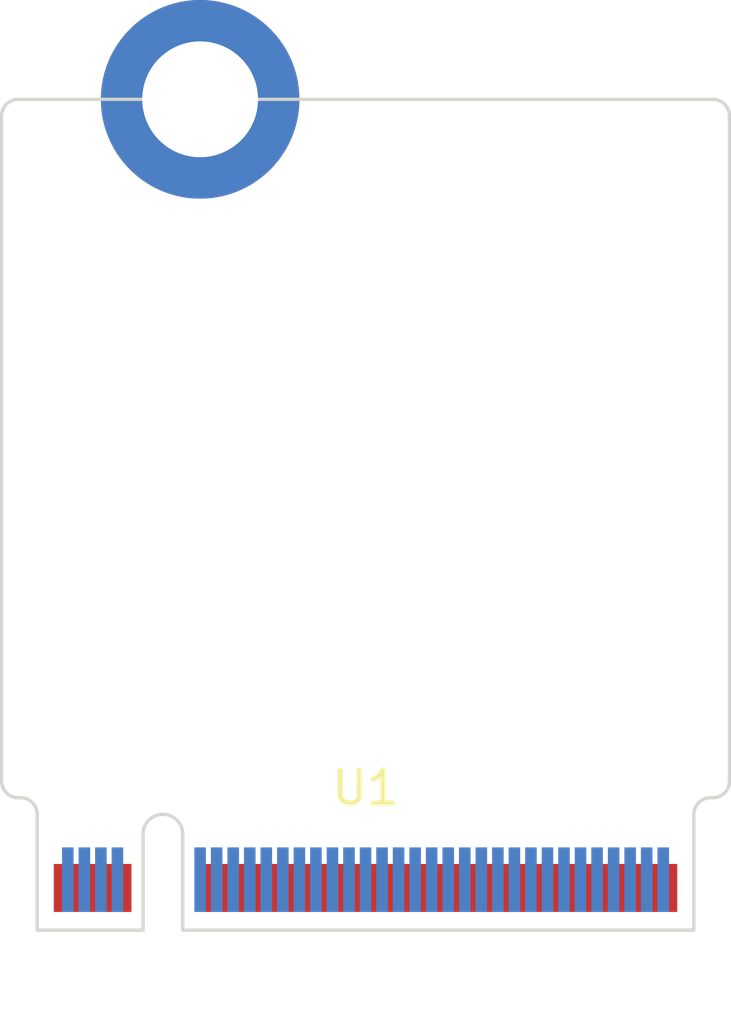
<source format=kicad_pcb>
(kicad_pcb (version 20240108) (generator "pcbnew") (generator_version "8.0")
  (layers (0 "F.Cu" signal) (31 "B.Cu" signal) (34 "B.Paste" user) (35 "F.Paste" user) (36 "B.SilkS" user "B.Silkscreen") (37 "F.SilkS" user "F.Silkscreen") (38 "B.Mask" user) (39 "F.Mask" user) (44 "Edge.Cuts" user))
  (net 0 "")
  (net 3 "Net-(U1-GND-Pad10)")
  (net 24 "Net-(U1-VBAT-Pad1)")
  (net 28 "Net-(U1-VBUS-Pad12)")
  (footprint "UnifiedMotherBoard-Connector_PCBEdge:NGFF_M" (layer "F.Cu") (at 189.65 101.075)
    (property "Reference" "U1" (at 0 -4.3 0) (layer "F.SilkS"))
    (property "Value" "Unified Motherboard")
    (fp_line (start -11 -4.5) (end -11 -24.6) (stroke (width 0.1)) (layer "Edge.Cuts"))
    (fp_line (start -10.5 -25.1) (end 10.5 -25.1) (stroke (width 0.1)) (layer "Edge.Cuts"))
    (fp_line (start -10.5 -4) (end -10.425 -4) (stroke (width 0.1)) (layer "Edge.Cuts"))
    (fp_line (start -9.925 -3.5) (end -9.925 0) (stroke (width 0.1)) (layer "Edge.Cuts"))
    (fp_line (start -9.925 0) (end -6.725 0) (stroke (width 0.1)) (layer "Edge.Cuts"))
    (fp_line (start -6.725 0) (end -6.725 -2.9) (stroke (width 0.1)) (layer "Edge.Cuts"))
    (fp_line (start -5.525 -2.9) (end -5.525 0) (stroke (width 0.1)) (layer "Edge.Cuts"))
    (fp_line (start -5.525 0) (end 0 0) (stroke (width 0.1)) (layer "Edge.Cuts"))
    (fp_line (start 0 0) (end 9.925 0) (stroke (width 0.1)) (layer "Edge.Cuts"))
    (fp_line (start 9.925 0) (end 9.925 -3.5) (stroke (width 0.1)) (layer "Edge.Cuts"))
    (fp_line (start 10.425 -4) (end 10.5 -4) (stroke (width 0.1)) (layer "Edge.Cuts"))
    (fp_line (start 11 -4.5) (end 11 -24.6) (stroke (width 0.1)) (layer "Edge.Cuts"))
    (fp_arc (start -11 -24.6) (mid -10.853553 -24.953553) (end -10.5 -25.1) (stroke (width 0.1)) (layer "Edge.Cuts"))
    (fp_arc (start -10.5 -4) (mid -10.853553 -4.146447) (end -11 -4.5) (stroke (width 0.1)) (layer "Edge.Cuts"))
    (fp_arc (start -10.425 -4) (mid -10.071447 -3.853553) (end -9.925 -3.5) (stroke (width 0.1)) (layer "Edge.Cuts"))
    (fp_arc (start -6.725 -2.9) (mid -6.125 -3.5) (end -5.525 -2.9) (stroke (width 0.1)) (layer "Edge.Cuts"))
    (fp_arc (start 9.925 -3.5) (mid 10.071447 -3.853553) (end 10.425 -4) (stroke (width 0.1)) (layer "Edge.Cuts"))
    (fp_arc (start 10.5 -25.1) (mid 10.853553 -24.953553) (end 11 -24.6) (stroke (width 0.1)) (layer "Edge.Cuts"))
    (fp_arc (start 11 -4.5) (mid 10.853553 -4.146447) (end 10.5 -4) (stroke (width 0.1)) (layer "Edge.Cuts"))
    (pad "1" smd rect (at -9.25 -1.275) (size 0.35 1.45) (layers "F.Cu") (net 24 "Net-(U1-VBAT-Pad1)"))
    (pad "2" smd rect (at -9 -1.525) (size 0.35 1.95) (layers "B.Cu"))
    (pad "3" smd rect (at -8.75 -1.275) (size 0.35 1.45) (layers "F.Cu") (net 24 "Net-(U1-VBAT-Pad1)"))
    (pad "4" smd rect (at -8.5 -1.525) (size 0.35 1.95) (layers "B.Cu"))
    (pad "5" smd rect (at -8.25 -1.275) (size 0.35 1.45) (layers "F.Cu"))
    (pad "6" smd rect (at -8 -1.525) (size 0.35 1.95) (layers "B.Cu"))
    (pad "7" smd rect (at -7.75 -1.275) (size 0.35 1.45) (layers "F.Cu") (net 3 "Net-(U1-GND-Pad10)"))
    (pad "8" smd rect (at -7.5 -1.525) (size 0.35 1.95) (layers "B.Cu"))
    (pad "9" smd rect (at -7.25 -1.275) (size 0.35 1.45) (layers "F.Cu"))
    (pad "10" smd rect (at -5 -1.525) (size 0.35 1.95) (layers "B.Cu") (net 3 "Net-(U1-GND-Pad10)"))
    (pad "11" smd rect (at -4.75 -1.275) (size 0.35 1.45) (layers "F.Cu"))
    (pad "12" smd rect (at -4.5 -1.525) (size 0.35 1.95) (layers "B.Cu") (net 28 "Net-(U1-VBUS-Pad12)"))
    (pad "13" smd rect (at -4.25 -1.275) (size 0.35 1.45) (layers "F.Cu") (net 3 "Net-(U1-GND-Pad10)"))
    (pad "14" smd rect (at -4 -1.525) (size 0.35 1.95) (layers "B.Cu") (net 28 "Net-(U1-VBUS-Pad12)"))
    (pad "15" smd rect (at -3.75 -1.275) (size 0.35 1.45) (layers "F.Cu"))
    (pad "16" smd rect (at -3.5 -1.525) (size 0.35 1.95) (layers "B.Cu") (net 3 "Net-(U1-GND-Pad10)"))
    (pad "17" smd rect (at -3.25 -1.275) (size 0.35 1.45) (layers "F.Cu"))
    (pad "18" smd rect (at -3 -1.525) (size 0.35 1.95) (layers "B.Cu"))
    (pad "19" smd rect (at -2.75 -1.275) (size 0.35 1.45) (layers "F.Cu"))
    (pad "20" smd rect (at -2.5 -1.525) (size 0.35 1.95) (layers "B.Cu"))
    (pad "21" smd rect (at -2.25 -1.275) (size 0.35 1.45) (layers "F.Cu"))
    (pad "22" smd rect (at -2 -1.525) (size 0.35 1.95) (layers "B.Cu") (net 3 "Net-(U1-GND-Pad10)"))
    (pad "23" smd rect (at -1.75 -1.275) (size 0.35 1.45) (layers "F.Cu"))
    (pad "24" smd rect (at -1.5 -1.525) (size 0.35 1.95) (layers "B.Cu"))
    (pad "25" smd rect (at -1.25 -1.275) (size 0.35 1.45) (layers "F.Cu"))
    (pad "26" smd rect (at -1 -1.525) (size 0.35 1.95) (layers "B.Cu"))
    (pad "27" smd rect (at -0.75 -1.275) (size 0.35 1.45) (layers "F.Cu"))
    (pad "28" smd rect (at -0.5 -1.525) (size 0.35 1.95) (layers "B.Cu"))
    (pad "29" smd rect (at -0.25 -1.275) (size 0.35 1.45) (layers "F.Cu"))
    (pad "30" smd rect (at 0 -1.525) (size 0.35 1.95) (layers "B.Cu"))
    (pad "31" smd rect (at 0.25 -1.275) (size 0.35 1.45) (layers "F.Cu"))
    (pad "32" smd rect (at 0.5 -1.525) (size 0.35 1.95) (layers "B.Cu"))
    (pad "33" smd rect (at 0.75 -1.275) (size 0.35 1.45) (layers "F.Cu"))
    (pad "34" smd rect (at 1 -1.525) (size 0.35 1.95) (layers "B.Cu"))
    (pad "35" smd rect (at 1.25 -1.275) (size 0.35 1.45) (layers "F.Cu"))
    (pad "36" smd rect (at 1.5 -1.525) (size 0.35 1.95) (layers "B.Cu"))
    (pad "37" smd rect (at 1.75 -1.275) (size 0.35 1.45) (layers "F.Cu"))
    (pad "38" smd rect (at 2 -1.525) (size 0.35 1.95) (layers "B.Cu"))
    (pad "39" smd rect (at 2.25 -1.275) (size 0.35 1.45) (layers "F.Cu"))
    (pad "40" smd rect (at 2.5 -1.525) (size 0.35 1.95) (layers "B.Cu"))
    (pad "41" smd rect (at 2.75 -1.275) (size 0.35 1.45) (layers "F.Cu"))
    (pad "42" smd rect (at 3 -1.525) (size 0.35 1.95) (layers "B.Cu"))
    (pad "43" smd rect (at 3.25 -1.275) (size 0.35 1.45) (layers "F.Cu"))
    (pad "44" smd rect (at 3.5 -1.525) (size 0.35 1.95) (layers "B.Cu"))
    (pad "45" smd rect (at 3.75 -1.275) (size 0.35 1.45) (layers "F.Cu"))
    (pad "46" smd rect (at 4 -1.525) (size 0.35 1.95) (layers "B.Cu"))
    (pad "47" smd rect (at 4.25 -1.275) (size 0.35 1.45) (layers "F.Cu"))
    (pad "48" smd rect (at 4.5 -1.525) (size 0.35 1.95) (layers "B.Cu"))
    (pad "49" smd rect (at 4.75 -1.275) (size 0.35 1.45) (layers "F.Cu"))
    (pad "50" smd rect (at 5 -1.525) (size 0.35 1.95) (layers "B.Cu"))
    (pad "51" smd rect (at 5.25 -1.275) (size 0.35 1.45) (layers "F.Cu"))
    (pad "52" smd rect (at 5.5 -1.525) (size 0.35 1.95) (layers "B.Cu"))
    (pad "53" smd rect (at 5.75 -1.275) (size 0.35 1.45) (layers "F.Cu"))
    (pad "54" smd rect (at 6 -1.525) (size 0.35 1.95) (layers "B.Cu"))
    (pad "55" smd rect (at 6.25 -1.275) (size 0.35 1.45) (layers "F.Cu"))
    (pad "56" smd rect (at 6.5 -1.525) (size 0.35 1.95) (layers "B.Cu"))
    (pad "57" smd rect (at 6.75 -1.275) (size 0.35 1.45) (layers "F.Cu"))
    (pad "58" smd rect (at 7 -1.525) (size 0.35 1.95) (layers "B.Cu"))
    (pad "59" smd rect (at 7.25 -1.275) (size 0.35 1.45) (layers "F.Cu"))
    (pad "60" smd rect (at 7.5 -1.525) (size 0.35 1.95) (layers "B.Cu"))
    (pad "61" smd rect (at 7.75 -1.275) (size 0.35 1.45) (layers "F.Cu"))
    (pad "62" smd rect (at 8 -1.525) (size 0.35 1.95) (layers "B.Cu"))
    (pad "63" smd rect (at 8.25 -1.275) (size 0.35 1.45) (layers "F.Cu"))
    (pad "64" smd rect (at 8.5 -1.525) (size 0.35 1.95) (layers "B.Cu"))
    (pad "65" smd rect (at 8.75 -1.275) (size 0.35 1.45) (layers "F.Cu"))
    (pad "66" smd rect (at 9 -1.525) (size 0.35 1.95) (layers "B.Cu"))
    (pad "67" smd rect (at 9.25 -1.275) (size 0.35 1.45) (layers "F.Cu"))
    (pad "MP" thru_hole circle (at -5 -25.1) (size 6 6) (drill 3.5) (layers "*.Cu" "*.Mask") (net 3 "Net-(U1-GND-Pad10)"))
  )
)
</source>
